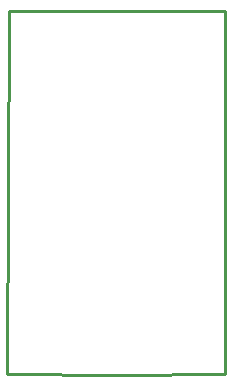
<source format=gko>
G04 Layer: BoardOutlineLayer*
G04 EasyEDA v6.5.51, 2025-09-20 15:47:23*
G04 253a245d6267489c8966ad05d83ebf9d,d57bd40a603b42be9e37e0d49851eb9c,10*
G04 Gerber Generator version 0.2*
G04 Scale: 100 percent, Rotated: No, Reflected: No *
G04 Dimensions in millimeters *
G04 leading zeros omitted , absolute positions ,4 integer and 5 decimal *
%FSLAX45Y45*%
%MOMM*%

%ADD10C,0.2540*%
%ADD11C,0.0156*%
D10*
X0Y0D02*
G01*
X1828800Y0D01*
X1828800Y-3073400D01*
X914400Y-3086100D01*
X-12700Y-3073400D01*
X0Y0D01*

%LPD*%
M02*

</source>
